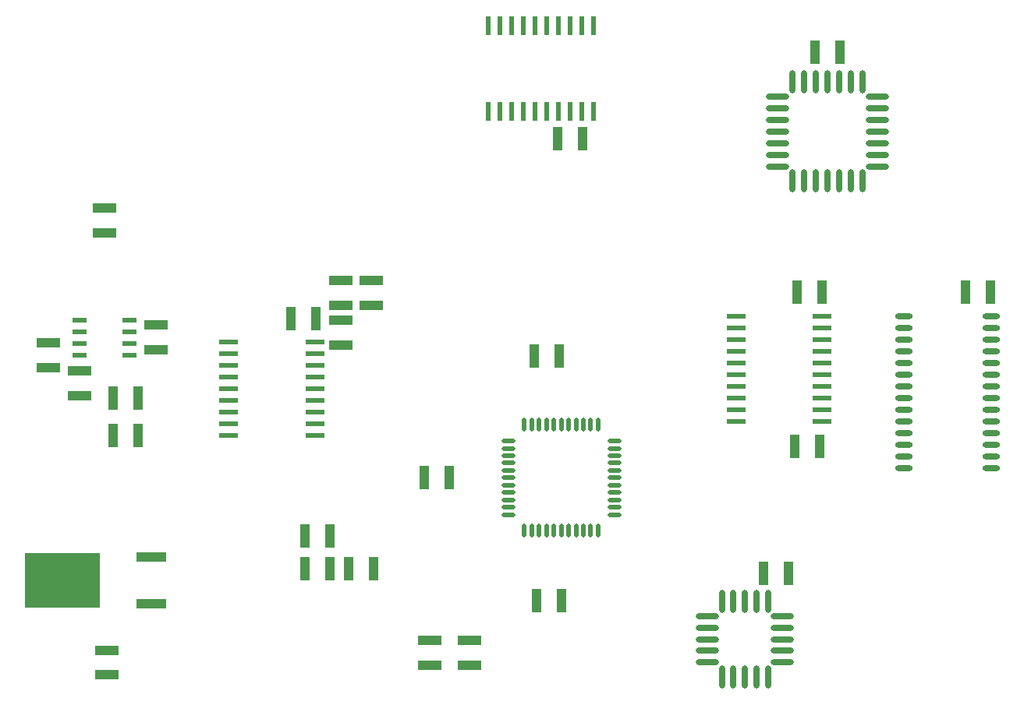
<source format=gtp>
G04 Layer_Color=8421504*
%FSLAX42Y42*%
%MOMM*%
G71*
G01*
G75*
%ADD10R,2.60X1.10*%
%ADD11R,0.60X2.00*%
%ADD12R,1.10X2.60*%
%ADD13O,1.50X0.55*%
%ADD14O,0.55X1.50*%
%ADD15R,2.00X0.60*%
%ADD16O,1.90X0.60*%
%ADD17O,0.65X2.50*%
%ADD18O,2.50X0.65*%
%ADD19R,1.55X0.60*%
%ADD20R,3.20X1.00*%
%ADD21R,8.20X6.05*%
D10*
X2159Y4183D02*
D03*
Y4453D02*
D03*
X1330Y3688D02*
D03*
Y3958D02*
D03*
X997Y3992D02*
D03*
Y4262D02*
D03*
X1600Y5453D02*
D03*
Y5723D02*
D03*
X4166Y4936D02*
D03*
Y4666D02*
D03*
Y4504D02*
D03*
Y4234D02*
D03*
X4496Y4936D02*
D03*
Y4666D02*
D03*
X5131Y754D02*
D03*
Y1024D02*
D03*
X5563D02*
D03*
Y754D02*
D03*
X1626Y652D02*
D03*
Y922D02*
D03*
D11*
X6908Y7709D02*
D03*
X6781D02*
D03*
X6654D02*
D03*
X6527D02*
D03*
X6400D02*
D03*
X6273D02*
D03*
X6146D02*
D03*
X6019D02*
D03*
X5892D02*
D03*
X5765D02*
D03*
X6908Y6779D02*
D03*
X6781D02*
D03*
X6654D02*
D03*
X6527D02*
D03*
X6400D02*
D03*
X6273D02*
D03*
X6146D02*
D03*
X6019D02*
D03*
X5892D02*
D03*
X5765D02*
D03*
D12*
X9363Y3137D02*
D03*
X9093D02*
D03*
X9314Y7423D02*
D03*
X9584D02*
D03*
X6266Y4115D02*
D03*
X6536D02*
D03*
X4251Y1803D02*
D03*
X4521D02*
D03*
X3777Y1803D02*
D03*
X4047D02*
D03*
Y2159D02*
D03*
X3777D02*
D03*
X3894Y4521D02*
D03*
X3624D02*
D03*
X5072Y2794D02*
D03*
X5342D02*
D03*
X10947Y4813D02*
D03*
X11217D02*
D03*
X9118D02*
D03*
X9388D02*
D03*
X8755Y1753D02*
D03*
X9025D02*
D03*
X1694Y3658D02*
D03*
X1964D02*
D03*
X1694Y3251D02*
D03*
X1964D02*
D03*
X6790Y6477D02*
D03*
X6520D02*
D03*
X6291Y1460D02*
D03*
X6561D02*
D03*
D13*
X5986Y3195D02*
D03*
Y3115D02*
D03*
Y3035D02*
D03*
Y2955D02*
D03*
Y2875D02*
D03*
Y2795D02*
D03*
Y2715D02*
D03*
Y2635D02*
D03*
Y2555D02*
D03*
Y2475D02*
D03*
Y2395D02*
D03*
X7136D02*
D03*
Y2475D02*
D03*
Y2555D02*
D03*
Y2635D02*
D03*
Y2715D02*
D03*
Y2795D02*
D03*
Y2875D02*
D03*
Y2955D02*
D03*
Y3035D02*
D03*
Y3115D02*
D03*
Y3195D02*
D03*
D14*
X6161Y2220D02*
D03*
X6241D02*
D03*
X6321D02*
D03*
X6401D02*
D03*
X6481D02*
D03*
X6561D02*
D03*
X6641D02*
D03*
X6721D02*
D03*
X6801D02*
D03*
X6881D02*
D03*
X6961D02*
D03*
Y3370D02*
D03*
X6881D02*
D03*
X6801D02*
D03*
X6721D02*
D03*
X6641D02*
D03*
X6561D02*
D03*
X6481D02*
D03*
X6401D02*
D03*
X6321D02*
D03*
X6241D02*
D03*
X6161D02*
D03*
D15*
X3886Y3251D02*
D03*
Y3378D02*
D03*
Y3505D02*
D03*
Y3632D02*
D03*
Y3759D02*
D03*
Y3886D02*
D03*
Y4013D02*
D03*
Y4140D02*
D03*
Y4267D02*
D03*
X2946Y3251D02*
D03*
Y3378D02*
D03*
Y3505D02*
D03*
Y3632D02*
D03*
Y3759D02*
D03*
Y3886D02*
D03*
Y4013D02*
D03*
Y4140D02*
D03*
Y4267D02*
D03*
X9388Y3404D02*
D03*
Y3531D02*
D03*
Y3658D02*
D03*
Y3785D02*
D03*
Y3912D02*
D03*
Y4039D02*
D03*
Y4166D02*
D03*
Y4293D02*
D03*
Y4420D02*
D03*
Y4547D02*
D03*
X8458Y3404D02*
D03*
Y3531D02*
D03*
Y3658D02*
D03*
Y3785D02*
D03*
Y3912D02*
D03*
Y4039D02*
D03*
Y4166D02*
D03*
Y4293D02*
D03*
Y4420D02*
D03*
Y4547D02*
D03*
D16*
X11227Y2896D02*
D03*
Y3023D02*
D03*
Y3150D02*
D03*
Y3277D02*
D03*
Y3404D02*
D03*
Y3531D02*
D03*
Y3658D02*
D03*
Y3785D02*
D03*
Y3912D02*
D03*
Y4039D02*
D03*
Y4166D02*
D03*
Y4293D02*
D03*
Y4420D02*
D03*
Y4547D02*
D03*
X10277Y2896D02*
D03*
Y3023D02*
D03*
Y3150D02*
D03*
Y3277D02*
D03*
Y3404D02*
D03*
Y3531D02*
D03*
Y3658D02*
D03*
Y3785D02*
D03*
Y3912D02*
D03*
Y4039D02*
D03*
Y4166D02*
D03*
Y4293D02*
D03*
Y4420D02*
D03*
Y4547D02*
D03*
D17*
X8306Y1448D02*
D03*
X8431D02*
D03*
X8556D02*
D03*
X8681D02*
D03*
X8806D02*
D03*
Y633D02*
D03*
X8681D02*
D03*
X8556D02*
D03*
X8431D02*
D03*
X8306D02*
D03*
X9830Y7100D02*
D03*
X9703D02*
D03*
X9576D02*
D03*
X9449D02*
D03*
X9322D02*
D03*
X9195D02*
D03*
X9068D02*
D03*
Y6020D02*
D03*
X9195D02*
D03*
X9322D02*
D03*
X9449D02*
D03*
X9576D02*
D03*
X9703D02*
D03*
X9830D02*
D03*
D18*
X8963Y1290D02*
D03*
Y1165D02*
D03*
Y1040D02*
D03*
Y915D02*
D03*
Y790D02*
D03*
X8148D02*
D03*
Y915D02*
D03*
Y1040D02*
D03*
Y1165D02*
D03*
Y1290D02*
D03*
X9989Y6179D02*
D03*
Y6306D02*
D03*
Y6433D02*
D03*
Y6560D02*
D03*
Y6687D02*
D03*
Y6814D02*
D03*
Y6941D02*
D03*
X8909D02*
D03*
Y6814D02*
D03*
Y6687D02*
D03*
Y6560D02*
D03*
Y6433D02*
D03*
Y6306D02*
D03*
Y6179D02*
D03*
D19*
X1870Y4128D02*
D03*
Y4254D02*
D03*
Y4381D02*
D03*
Y4508D02*
D03*
X1330Y4128D02*
D03*
Y4254D02*
D03*
Y4381D02*
D03*
Y4508D02*
D03*
D20*
X2113Y1422D02*
D03*
Y1930D02*
D03*
D21*
X1143Y1676D02*
D03*
M02*

</source>
